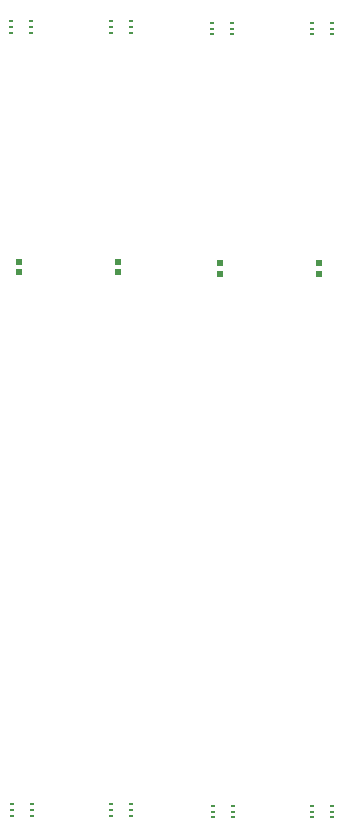
<source format=gbr>
G04 DesignSpark PCB Gerber Version 11.0 Build 5877*
G04 #@! TF.Part,Single*
G04 #@! TF.FileFunction,Paste,Top*
G04 #@! TF.FilePolarity,Positive*
%FSLAX35Y35*%
%MOIN*%
G04 #@! TA.AperFunction,SMDPad,CuDef*
%ADD75R,0.01752X0.01063*%
%ADD76R,0.02205X0.02126*%
G04 #@! TD.AperFunction*
X0Y0D02*
D02*
D75*
X8919Y266362D03*
Y268331D03*
Y270299D03*
X9419Y5362D03*
Y7331D03*
Y9299D03*
X15518Y266362D03*
Y268331D03*
Y270299D03*
X16018Y5362D03*
Y7331D03*
Y9299D03*
X42451Y5362D03*
Y7331D03*
Y9299D03*
Y266362D03*
Y268331D03*
Y270299D03*
X49049Y5362D03*
Y7331D03*
Y9299D03*
Y266362D03*
Y268331D03*
Y270299D03*
X75951Y265862D03*
Y267831D03*
Y269799D03*
X76451Y4862D03*
Y6831D03*
Y8799D03*
X82549Y265862D03*
Y267831D03*
Y269799D03*
X83049Y4862D03*
Y6831D03*
Y8799D03*
X109482Y4862D03*
Y6831D03*
Y8799D03*
Y265862D03*
Y267831D03*
Y269799D03*
X116081Y4862D03*
Y6831D03*
Y8799D03*
Y265862D03*
Y267831D03*
Y269799D03*
D02*
D76*
X11719Y186520D03*
Y190142D03*
X44750Y186520D03*
Y190142D03*
X78750Y186020D03*
Y189642D03*
X111781Y186020D03*
Y189642D03*
X0Y0D02*
M02*

</source>
